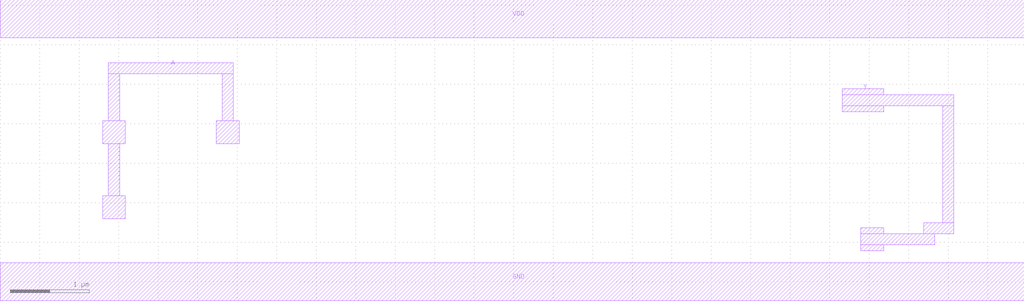
<source format=lef>
MACRO CLKBUF1
 CLASS CORE ;
 FOREIGN CLKBUF1 0 0 ;
 ORIGIN 0 0 ;
 SYMMETRY X Y R90 ;
 SITE CORE ;
  PIN VDD
   DIRECTION INOUT ;
   USE SIGNAL ;
   SHAPE ABUTMENT ;
    PORT
     CLASS CORE ;
       LAYER metal2 ;
        RECT 0.00000000 3.09000000 12.96000000 3.57000000 ;
    END
  END VDD

  PIN GND
   DIRECTION INOUT ;
   USE SIGNAL ;
   SHAPE ABUTMENT ;
    PORT
     CLASS CORE ;
       LAYER metal2 ;
        RECT 0.00000000 -0.24000000 12.96000000 0.24000000 ;
    END
  END GND

  PIN Y
   DIRECTION INOUT ;
   USE SIGNAL ;
   SHAPE ABUTMENT ;
    PORT
     CLASS CORE ;
       LAYER metal2 ;
        RECT 10.89500000 0.39500000 11.18500000 0.47000000 ;
        RECT 10.89500000 0.47000000 11.83000000 0.60500000 ;
        RECT 10.89500000 0.60500000 12.07000000 0.61000000 ;
        RECT 10.89500000 0.61000000 11.18500000 0.68500000 ;
        RECT 11.69000000 0.61000000 12.07000000 0.74500000 ;
        RECT 10.65500000 2.15000000 11.18500000 2.22500000 ;
        RECT 11.93000000 0.74500000 12.07000000 2.22500000 ;
        RECT 10.65500000 2.22500000 12.07000000 2.36500000 ;
        RECT 10.65500000 2.36500000 11.18500000 2.44000000 ;
    END
  END Y

  PIN A
   DIRECTION INOUT ;
   USE SIGNAL ;
   SHAPE ABUTMENT ;
    PORT
     CLASS CORE ;
       LAYER metal2 ;
        RECT 1.29500000 0.80000000 1.58500000 1.09000000 ;
        RECT 1.37000000 1.09000000 1.51000000 1.74500000 ;
        RECT 1.29500000 1.74500000 1.58500000 2.03500000 ;
        RECT 2.73500000 1.74500000 3.02500000 2.03500000 ;
        RECT 1.37000000 2.03500000 1.51000000 2.63000000 ;
        RECT 2.81000000 2.03500000 2.95000000 2.63000000 ;
        RECT 1.37000000 2.63000000 2.95000000 2.77000000 ;
    END
  END A


END CLKBUF1

</source>
